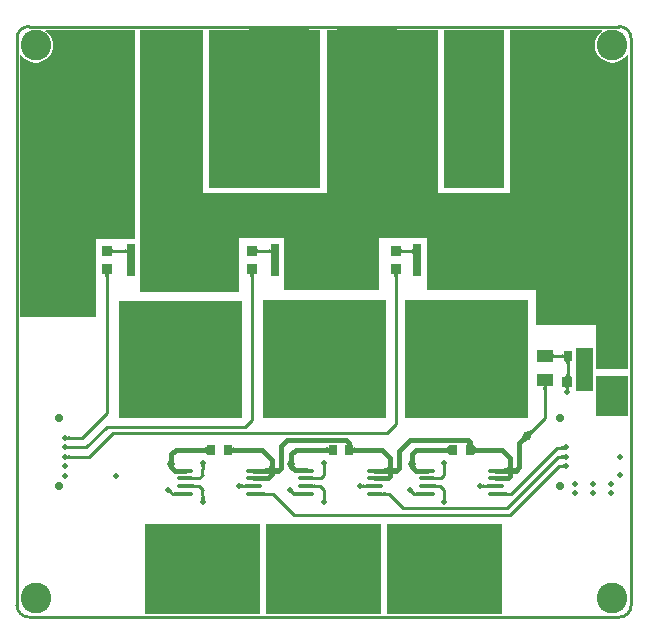
<source format=gbl>
G04*
G04 #@! TF.GenerationSoftware,Altium Limited,Altium Designer,22.0.2 (36)*
G04*
G04 Layer_Physical_Order=6*
G04 Layer_Color=16711680*
%FSLAX24Y24*%
%MOIN*%
G70*
G04*
G04 #@! TF.SameCoordinates,5AD8CBCB-7B86-44EA-BE16-98DFC8B2639C*
G04*
G04*
G04 #@! TF.FilePolarity,Positive*
G04*
G01*
G75*
%ADD14C,0.0150*%
%ADD17C,0.0100*%
%ADD32R,0.0585X0.0680*%
%ADD33R,0.0340X0.0318*%
%ADD34R,0.0315X0.1102*%
%ADD35R,0.0197X0.0197*%
%ADD36R,0.0157X0.0157*%
G04:AMPARAMS|DCode=37|XSize=255.9mil|YSize=196.9mil|CornerRadius=29.5mil|HoleSize=0mil|Usage=FLASHONLY|Rotation=0.000|XOffset=0mil|YOffset=0mil|HoleType=Round|Shape=RoundedRectangle|*
%AMROUNDEDRECTD37*
21,1,0.2559,0.1378,0,0,0.0*
21,1,0.1969,0.1969,0,0,0.0*
1,1,0.0591,0.0984,-0.0689*
1,1,0.0591,-0.0984,-0.0689*
1,1,0.0591,-0.0984,0.0689*
1,1,0.0591,0.0984,0.0689*
%
%ADD37ROUNDEDRECTD37*%
%ADD38C,0.1024*%
%ADD39C,0.0200*%
%ADD40C,0.0591*%
%ADD41C,0.0300*%
%ADD42C,0.0250*%
%ADD43C,0.0276*%
%ADD44C,0.0098*%
%ADD45O,0.0572X0.0139*%
%ADD46R,0.0318X0.0340*%
%ADD47R,0.0315X0.0354*%
%ADD48R,0.0542X0.0446*%
G36*
X3950Y12600D02*
X2650D01*
Y10000D01*
X102D01*
Y18729D01*
X150Y18742D01*
X172Y18704D01*
X279Y18598D01*
X409Y18522D01*
X555Y18483D01*
X705D01*
X851Y18522D01*
X981Y18598D01*
X1087Y18704D01*
X1163Y18834D01*
X1202Y18980D01*
Y19130D01*
X1163Y19276D01*
X1087Y19406D01*
X981Y19513D01*
X943Y19535D01*
X956Y19583D01*
X3950Y19583D01*
Y12600D01*
D02*
G37*
G36*
X16250Y14300D02*
X14250D01*
Y19583D01*
X16250D01*
Y14300D01*
D02*
G37*
G36*
X10100D02*
X6400D01*
Y19583D01*
X10100D01*
Y14300D01*
D02*
G37*
G36*
X19526Y19533D02*
X19435Y19463D01*
X19343Y19343D01*
X19285Y19204D01*
X19266Y19055D01*
X19285Y18906D01*
X19343Y18767D01*
X19435Y18647D01*
X19554Y18556D01*
X19693Y18498D01*
X19843Y18478D01*
X19992Y18498D01*
X20131Y18556D01*
X20250Y18647D01*
X20320Y18739D01*
X20370Y18722D01*
X20370Y8269D01*
X19300Y8269D01*
Y9750D01*
X17300D01*
Y10900D01*
X13661D01*
Y11343D01*
Y12445D01*
Y12650D01*
X12061D01*
Y12445D01*
Y11343D01*
Y10900D01*
X8900D01*
Y12650D01*
X7400D01*
Y10850D01*
X4100D01*
Y19583D01*
X6200D01*
Y14150D01*
X10350D01*
Y19583D01*
X14050D01*
Y14150D01*
X16450D01*
Y19583D01*
X19509Y19583D01*
X19526Y19533D01*
D02*
G37*
G36*
X13190Y12097D02*
X13189Y12106D01*
X13186Y12115D01*
X13181Y12122D01*
X13174Y12129D01*
X13165Y12134D01*
X13154Y12139D01*
X13141Y12142D01*
X13126Y12145D01*
X13109Y12146D01*
X13090Y12147D01*
Y12247D01*
X13109Y12247D01*
X13126Y12249D01*
X13141Y12251D01*
X13154Y12255D01*
X13165Y12259D01*
X13174Y12265D01*
X13181Y12271D01*
X13186Y12279D01*
X13189Y12287D01*
X13190Y12297D01*
Y12097D01*
D02*
G37*
G36*
X12798Y12287D02*
X12801Y12279D01*
X12806Y12271D01*
X12813Y12265D01*
X12822Y12259D01*
X12833Y12255D01*
X12846Y12251D01*
X12861Y12249D01*
X12878Y12247D01*
X12897Y12247D01*
Y12147D01*
X12878Y12146D01*
X12861Y12145D01*
X12846Y12142D01*
X12833Y12139D01*
X12822Y12134D01*
X12813Y12129D01*
X12806Y12122D01*
X12801Y12115D01*
X12798Y12106D01*
X12797Y12097D01*
Y12297D01*
X12798Y12287D01*
D02*
G37*
G36*
X8440Y12097D02*
X8439Y12106D01*
X8436Y12115D01*
X8431Y12122D01*
X8424Y12129D01*
X8415Y12134D01*
X8404Y12139D01*
X8391Y12142D01*
X8376Y12145D01*
X8359Y12146D01*
X8340Y12147D01*
Y12247D01*
X8359Y12247D01*
X8376Y12249D01*
X8391Y12251D01*
X8404Y12255D01*
X8415Y12259D01*
X8424Y12265D01*
X8431Y12271D01*
X8436Y12279D01*
X8439Y12287D01*
X8440Y12297D01*
Y12097D01*
D02*
G37*
G36*
X8006Y12287D02*
X8009Y12279D01*
X8014Y12271D01*
X8021Y12265D01*
X8030Y12259D01*
X8041Y12255D01*
X8054Y12251D01*
X8069Y12249D01*
X8086Y12247D01*
X8105Y12247D01*
Y12147D01*
X8086Y12146D01*
X8069Y12145D01*
X8054Y12142D01*
X8041Y12139D01*
X8030Y12134D01*
X8021Y12129D01*
X8014Y12122D01*
X8009Y12115D01*
X8006Y12106D01*
X8005Y12097D01*
Y12297D01*
X8006Y12287D01*
D02*
G37*
G36*
X3640Y12097D02*
X3639Y12106D01*
X3636Y12115D01*
X3631Y12122D01*
X3624Y12129D01*
X3615Y12134D01*
X3604Y12139D01*
X3591Y12142D01*
X3576Y12145D01*
X3559Y12146D01*
X3540Y12147D01*
Y12247D01*
X3559Y12247D01*
X3576Y12249D01*
X3591Y12251D01*
X3604Y12255D01*
X3615Y12259D01*
X3624Y12265D01*
X3631Y12271D01*
X3636Y12279D01*
X3639Y12287D01*
X3640Y12297D01*
Y12097D01*
D02*
G37*
G36*
X3164Y12287D02*
X3167Y12279D01*
X3172Y12271D01*
X3179Y12265D01*
X3188Y12259D01*
X3199Y12255D01*
X3212Y12251D01*
X3227Y12249D01*
X3244Y12247D01*
X3263Y12247D01*
Y12147D01*
X3244Y12146D01*
X3227Y12145D01*
X3212Y12142D01*
X3199Y12139D01*
X3188Y12134D01*
X3179Y12129D01*
X3172Y12122D01*
X3167Y12115D01*
X3164Y12106D01*
X3163Y12097D01*
Y12297D01*
X3164Y12287D01*
D02*
G37*
G36*
X12718Y11446D02*
X12710Y11443D01*
X12702Y11438D01*
X12696Y11431D01*
X12690Y11422D01*
X12686Y11411D01*
X12682Y11397D01*
X12680Y11382D01*
X12678Y11365D01*
X12678Y11346D01*
X12578D01*
X12577Y11365D01*
X12576Y11382D01*
X12573Y11397D01*
X12570Y11411D01*
X12565Y11422D01*
X12560Y11431D01*
X12553Y11438D01*
X12546Y11443D01*
X12537Y11446D01*
X12528Y11447D01*
X12728D01*
X12718Y11446D01*
D02*
G37*
G36*
X7926D02*
X7918Y11443D01*
X7910Y11438D01*
X7904Y11431D01*
X7898Y11422D01*
X7894Y11411D01*
X7890Y11397D01*
X7888Y11382D01*
X7886Y11365D01*
X7886Y11346D01*
X7786D01*
X7785Y11365D01*
X7784Y11382D01*
X7781Y11397D01*
X7778Y11411D01*
X7773Y11422D01*
X7768Y11431D01*
X7761Y11438D01*
X7754Y11443D01*
X7745Y11446D01*
X7736Y11447D01*
X7936D01*
X7926Y11446D01*
D02*
G37*
G36*
X3084D02*
X3076Y11443D01*
X3068Y11438D01*
X3062Y11431D01*
X3056Y11422D01*
X3052Y11411D01*
X3048Y11397D01*
X3046Y11382D01*
X3044Y11365D01*
X3044Y11346D01*
X2944D01*
X2943Y11365D01*
X2942Y11382D01*
X2939Y11397D01*
X2936Y11411D01*
X2931Y11422D01*
X2926Y11431D01*
X2919Y11438D01*
X2912Y11443D01*
X2903Y11446D01*
X2894Y11447D01*
X3094D01*
X3084Y11446D01*
D02*
G37*
G36*
X18207Y8594D02*
X18206Y8603D01*
X18203Y8612D01*
X18198Y8619D01*
X18191Y8626D01*
X18182Y8631D01*
X18170Y8636D01*
X18157Y8639D01*
X18142Y8642D01*
X18125Y8643D01*
X18106Y8644D01*
Y8744D01*
X18125Y8744D01*
X18142Y8746D01*
X18157Y8748D01*
X18170Y8752D01*
X18182Y8756D01*
X18191Y8762D01*
X18198Y8768D01*
X18203Y8776D01*
X18206Y8784D01*
X18207Y8794D01*
Y8594D01*
D02*
G37*
G36*
X17863Y8784D02*
X17866Y8776D01*
X17871Y8768D01*
X17879Y8762D01*
X17888Y8756D01*
X17899Y8752D01*
X17912Y8748D01*
X17927Y8746D01*
X17944Y8744D01*
X17964Y8744D01*
Y8644D01*
X17944Y8643D01*
X17927Y8642D01*
X17912Y8639D01*
X17899Y8636D01*
X17888Y8631D01*
X17879Y8626D01*
X17871Y8619D01*
X17866Y8612D01*
X17863Y8603D01*
X17862Y8594D01*
Y8794D01*
X17863Y8784D01*
D02*
G37*
G36*
X18453Y8523D02*
X18444Y8520D01*
X18436Y8515D01*
X18430Y8508D01*
X18425Y8499D01*
X18420Y8488D01*
X18417Y8475D01*
X18414Y8460D01*
X18412Y8443D01*
X18412Y8424D01*
X18312D01*
X18312Y8443D01*
X18310Y8460D01*
X18307Y8475D01*
X18304Y8488D01*
X18299Y8499D01*
X18294Y8508D01*
X18288Y8515D01*
X18280Y8520D01*
X18271Y8523D01*
X18262Y8524D01*
X18462D01*
X18453Y8523D01*
D02*
G37*
G36*
X18412Y8100D02*
X18414Y8083D01*
X18417Y8068D01*
X18420Y8055D01*
X18425Y8044D01*
X18430Y8035D01*
X18436Y8028D01*
X18444Y8023D01*
X18453Y8020D01*
X18462Y8019D01*
X18262D01*
X18271Y8020D01*
X18280Y8023D01*
X18288Y8028D01*
X18294Y8035D01*
X18299Y8044D01*
X18304Y8055D01*
X18307Y8068D01*
X18310Y8083D01*
X18312Y8100D01*
X18312Y8119D01*
X18412D01*
X18412Y8100D01*
D02*
G37*
G36*
X17691Y7685D02*
X17682Y7682D01*
X17674Y7677D01*
X17668Y7670D01*
X17663Y7660D01*
X17658Y7649D01*
X17655Y7636D01*
X17652Y7621D01*
X17651Y7604D01*
X17650Y7585D01*
X17550D01*
X17550Y7604D01*
X17548Y7621D01*
X17545Y7636D01*
X17542Y7649D01*
X17537Y7660D01*
X17532Y7670D01*
X17526Y7677D01*
X17518Y7682D01*
X17509Y7685D01*
X17500Y7686D01*
X17700D01*
X17691Y7685D01*
D02*
G37*
G36*
X18438Y7681D02*
X18429Y7678D01*
X18422Y7673D01*
X18415Y7666D01*
X18410Y7657D01*
X18405Y7646D01*
X18402Y7633D01*
X18399Y7618D01*
X18400Y7610D01*
X18402Y7602D01*
X18404Y7595D01*
X18407Y7589D01*
X18410Y7583D01*
X18414Y7578D01*
X18418Y7574D01*
X18278Y7572D01*
X18281Y7576D01*
X18285Y7581D01*
X18288Y7587D01*
X18290Y7593D01*
X18292Y7601D01*
X18294Y7608D01*
X18295Y7616D01*
X18295Y7618D01*
X18293Y7633D01*
X18289Y7646D01*
X18285Y7657D01*
X18279Y7666D01*
X18273Y7673D01*
X18265Y7678D01*
X18257Y7681D01*
X18247Y7682D01*
X18447D01*
X18438Y7681D01*
D02*
G37*
G36*
X19194Y7550D02*
X18644D01*
Y8980D01*
X19194D01*
Y7550D01*
D02*
G37*
G36*
X20370Y6700D02*
X19294D01*
Y8050D01*
X20370D01*
Y6700D01*
D02*
G37*
G36*
X17050Y6650D02*
X12950D01*
Y10575D01*
X17050D01*
Y6650D01*
D02*
G37*
G36*
X12300D02*
X8200D01*
Y10575D01*
X12300D01*
Y6650D01*
D02*
G37*
G36*
X7500D02*
X3400D01*
Y10550D01*
X7500D01*
Y6650D01*
D02*
G37*
G36*
X17199Y6178D02*
X17190Y6168D01*
X17181Y6157D01*
X17174Y6146D01*
X17167Y6134D01*
X17162Y6122D01*
X17157Y6109D01*
X17154Y6095D01*
X17152Y6081D01*
X17150Y6067D01*
X17150Y6051D01*
X17112Y6089D01*
X17075Y6050D01*
X17000Y6125D01*
X17002Y6126D01*
X17006Y6129D01*
X17020Y6142D01*
X17040Y6162D01*
X17002Y6200D01*
X17017Y6200D01*
X17031Y6202D01*
X17045Y6204D01*
X17059Y6207D01*
X17072Y6212D01*
X17084Y6217D01*
X17096Y6224D01*
X17107Y6231D01*
X17118Y6240D01*
X17128Y6249D01*
X17199Y6178D01*
D02*
G37*
G36*
X1694Y6037D02*
X1699Y6034D01*
X1705Y6031D01*
X1711Y6028D01*
X1718Y6026D01*
X1726Y6024D01*
X1735Y6023D01*
X1744Y6022D01*
X1765Y6021D01*
Y5921D01*
X1754Y5921D01*
X1735Y5919D01*
X1726Y5918D01*
X1718Y5916D01*
X1711Y5914D01*
X1705Y5911D01*
X1699Y5908D01*
X1694Y5905D01*
X1690Y5901D01*
Y6041D01*
X1694Y6037D01*
D02*
G37*
G36*
X16998Y5900D02*
X16990Y5900D01*
X16981Y5898D01*
X16972Y5895D01*
X16962Y5891D01*
X16952Y5886D01*
X16942Y5879D01*
X16931Y5871D01*
X16920Y5863D01*
X16898Y5841D01*
X16791Y5948D01*
X16803Y5959D01*
X16822Y5981D01*
X16829Y5992D01*
X16836Y6002D01*
X16841Y6012D01*
X16845Y6022D01*
X16848Y6031D01*
X16849Y6040D01*
X16850Y6048D01*
X16998Y5900D01*
D02*
G37*
G36*
X15170Y5824D02*
X15174Y5780D01*
X15175Y5770D01*
X15178Y5761D01*
X15180Y5754D01*
X15184Y5749D01*
X15187Y5746D01*
X15191Y5745D01*
X14999D01*
X15003Y5746D01*
X15007Y5749D01*
X15010Y5754D01*
X15013Y5761D01*
X15015Y5770D01*
X15017Y5780D01*
X15018Y5793D01*
X15020Y5824D01*
X15020Y5842D01*
X15170D01*
X15170Y5824D01*
D02*
G37*
G36*
X1694Y5722D02*
X1699Y5719D01*
X1705Y5716D01*
X1711Y5713D01*
X1718Y5711D01*
X1726Y5709D01*
X1735Y5708D01*
X1744Y5707D01*
X1765Y5706D01*
Y5606D01*
X1754Y5606D01*
X1735Y5604D01*
X1726Y5603D01*
X1718Y5601D01*
X1711Y5599D01*
X1705Y5596D01*
X1699Y5593D01*
X1694Y5590D01*
X1690Y5586D01*
Y5726D01*
X1694Y5722D01*
D02*
G37*
G36*
X18231Y5578D02*
X18227Y5581D01*
X18222Y5584D01*
X18216Y5586D01*
X18210Y5588D01*
X18202Y5590D01*
X18194Y5592D01*
X18176Y5593D01*
X18166Y5594D01*
X18155Y5594D01*
X18142Y5694D01*
X18152Y5694D01*
X18172Y5696D01*
X18180Y5698D01*
X18188Y5700D01*
X18195Y5702D01*
X18201Y5705D01*
X18206Y5709D01*
X18211Y5713D01*
X18215Y5717D01*
X18231Y5578D01*
D02*
G37*
G36*
X15252Y5706D02*
X15256Y5694D01*
X15264Y5682D01*
X15274Y5673D01*
X15288Y5664D01*
X15305Y5658D01*
X15324Y5652D01*
X15347Y5649D01*
X15373Y5646D01*
X15402Y5646D01*
Y5496D01*
X15373Y5495D01*
X15347Y5493D01*
X15324Y5489D01*
X15305Y5484D01*
X15288Y5477D01*
X15274Y5469D01*
X15264Y5459D01*
X15256Y5448D01*
X15252Y5435D01*
X15250Y5421D01*
Y5721D01*
X15252Y5706D01*
D02*
G37*
G36*
X14389Y5421D02*
X14387Y5435D01*
X14383Y5448D01*
X14375Y5459D01*
X14365Y5469D01*
X14351Y5477D01*
X14335Y5484D01*
X14315Y5489D01*
X14292Y5493D01*
X14266Y5495D01*
X14238Y5496D01*
Y5646D01*
X14266Y5646D01*
X14292Y5649D01*
X14315Y5652D01*
X14335Y5658D01*
X14351Y5664D01*
X14365Y5673D01*
X14375Y5682D01*
X14383Y5694D01*
X14387Y5706D01*
X14389Y5721D01*
Y5421D01*
D02*
G37*
G36*
X11231Y5706D02*
X11236Y5694D01*
X11243Y5682D01*
X11254Y5673D01*
X11268Y5664D01*
X11284Y5658D01*
X11304Y5652D01*
X11327Y5649D01*
X11352Y5646D01*
X11381Y5646D01*
Y5496D01*
X11352Y5495D01*
X11327Y5493D01*
X11304Y5489D01*
X11284Y5484D01*
X11268Y5477D01*
X11254Y5469D01*
X11243Y5459D01*
X11236Y5448D01*
X11231Y5435D01*
X11230Y5421D01*
Y5721D01*
X11231Y5706D01*
D02*
G37*
G36*
X10368Y5421D02*
X10367Y5435D01*
X10362Y5448D01*
X10355Y5459D01*
X10344Y5469D01*
X10331Y5477D01*
X10314Y5484D01*
X10294Y5489D01*
X10272Y5493D01*
X10246Y5495D01*
X10217Y5496D01*
Y5646D01*
X10246Y5646D01*
X10272Y5649D01*
X10294Y5652D01*
X10314Y5658D01*
X10331Y5664D01*
X10344Y5673D01*
X10355Y5682D01*
X10362Y5694D01*
X10367Y5706D01*
X10368Y5721D01*
Y5421D01*
D02*
G37*
G36*
X7192Y5706D02*
X7196Y5694D01*
X7204Y5682D01*
X7214Y5673D01*
X7228Y5664D01*
X7244Y5658D01*
X7264Y5652D01*
X7287Y5649D01*
X7312Y5646D01*
X7341Y5646D01*
Y5496D01*
X7312Y5495D01*
X7287Y5493D01*
X7264Y5489D01*
X7244Y5484D01*
X7228Y5477D01*
X7214Y5469D01*
X7204Y5459D01*
X7196Y5448D01*
X7192Y5435D01*
X7190Y5421D01*
Y5721D01*
X7192Y5706D01*
D02*
G37*
G36*
X6329Y5421D02*
X6327Y5435D01*
X6323Y5448D01*
X6315Y5459D01*
X6304Y5469D01*
X6291Y5477D01*
X6274Y5484D01*
X6255Y5489D01*
X6232Y5493D01*
X6206Y5495D01*
X6177Y5496D01*
Y5646D01*
X6206Y5646D01*
X6232Y5649D01*
X6255Y5652D01*
X6274Y5658D01*
X6291Y5664D01*
X6304Y5673D01*
X6315Y5682D01*
X6323Y5694D01*
X6327Y5706D01*
X6329Y5721D01*
Y5421D01*
D02*
G37*
G36*
X18223Y5271D02*
X18218Y5275D01*
X18213Y5278D01*
X18208Y5281D01*
X18201Y5284D01*
X18194Y5286D01*
X18186Y5288D01*
X18178Y5289D01*
X18168Y5290D01*
X18147Y5291D01*
Y5391D01*
X18158Y5391D01*
X18178Y5393D01*
X18186Y5394D01*
X18194Y5396D01*
X18201Y5398D01*
X18208Y5401D01*
X18213Y5404D01*
X18218Y5407D01*
X18223Y5411D01*
Y5271D01*
D02*
G37*
G36*
X1694Y5407D02*
X1699Y5404D01*
X1705Y5401D01*
X1711Y5398D01*
X1718Y5396D01*
X1726Y5394D01*
X1735Y5393D01*
X1744Y5392D01*
X1765Y5391D01*
Y5291D01*
X1754Y5291D01*
X1735Y5289D01*
X1726Y5288D01*
X1718Y5286D01*
X1711Y5284D01*
X1705Y5281D01*
X1699Y5278D01*
X1694Y5275D01*
X1690Y5271D01*
Y5411D01*
X1694Y5407D01*
D02*
G37*
G36*
X13250Y5261D02*
X13253Y5217D01*
X13254Y5209D01*
X13256Y5202D01*
X13258Y5197D01*
X13260Y5192D01*
X13262Y5189D01*
X13087D01*
X13089Y5192D01*
X13092Y5197D01*
X13093Y5202D01*
X13095Y5209D01*
X13096Y5217D01*
X13098Y5236D01*
X13099Y5261D01*
X13100Y5275D01*
X13250D01*
X13250Y5261D01*
D02*
G37*
G36*
X9225D02*
X9228Y5217D01*
X9230Y5209D01*
X9231Y5202D01*
X9233Y5197D01*
X9235Y5192D01*
X9237Y5189D01*
X9062D01*
X9065Y5192D01*
X9067Y5197D01*
X9069Y5202D01*
X9071Y5209D01*
X9072Y5217D01*
X9074Y5236D01*
X9075Y5261D01*
X9075Y5275D01*
X9225D01*
X9225Y5261D01*
D02*
G37*
G36*
X5225D02*
X5228Y5217D01*
X5229Y5209D01*
X5231Y5202D01*
X5233Y5197D01*
X5235Y5192D01*
X5238Y5189D01*
X5063D01*
X5065Y5192D01*
X5067Y5197D01*
X5069Y5202D01*
X5070Y5209D01*
X5072Y5217D01*
X5074Y5236D01*
X5075Y5261D01*
X5075Y5275D01*
X5225D01*
X5225Y5261D01*
D02*
G37*
G36*
X14316Y5074D02*
X14313Y5069D01*
X14310Y5064D01*
X14307Y5057D01*
X14305Y5050D01*
X14303Y5042D01*
X14302Y5034D01*
X14301Y5024D01*
X14300Y5003D01*
X14200D01*
X14200Y5014D01*
X14198Y5034D01*
X14197Y5042D01*
X14195Y5050D01*
X14193Y5057D01*
X14190Y5064D01*
X14187Y5069D01*
X14184Y5074D01*
X14180Y5079D01*
X14320D01*
X14316Y5074D01*
D02*
G37*
G36*
X10316D02*
X10313Y5069D01*
X10310Y5064D01*
X10307Y5057D01*
X10305Y5050D01*
X10303Y5042D01*
X10302Y5034D01*
X10301Y5024D01*
X10300Y5003D01*
X10200D01*
X10200Y5014D01*
X10198Y5034D01*
X10197Y5042D01*
X10195Y5050D01*
X10193Y5057D01*
X10190Y5064D01*
X10187Y5069D01*
X10184Y5074D01*
X10180Y5079D01*
X10320D01*
X10316Y5074D01*
D02*
G37*
G36*
X6266D02*
X6263Y5069D01*
X6260Y5064D01*
X6257Y5057D01*
X6255Y5050D01*
X6253Y5042D01*
X6252Y5034D01*
X6251Y5024D01*
X6250Y5003D01*
X6150D01*
X6150Y5014D01*
X6148Y5034D01*
X6147Y5042D01*
X6145Y5050D01*
X6143Y5057D01*
X6140Y5064D01*
X6137Y5069D01*
X6134Y5074D01*
X6130Y5079D01*
X6270D01*
X6266Y5074D01*
D02*
G37*
G36*
X18223Y4956D02*
X18218Y4960D01*
X18213Y4963D01*
X18208Y4966D01*
X18201Y4969D01*
X18194Y4971D01*
X18186Y4973D01*
X18178Y4974D01*
X18168Y4975D01*
X18147Y4976D01*
Y5076D01*
X18158Y5076D01*
X18178Y5078D01*
X18186Y5079D01*
X18194Y5081D01*
X18201Y5083D01*
X18208Y5086D01*
X18213Y5089D01*
X18218Y5092D01*
X18223Y5096D01*
Y4956D01*
D02*
G37*
G36*
X13283Y5036D02*
X13283Y5032D01*
X13284Y5026D01*
X13286Y5021D01*
X13290Y5014D01*
X13295Y5007D01*
X13301Y4999D01*
X13317Y4981D01*
X13327Y4971D01*
X13211Y4874D01*
X13120Y4987D01*
X13284Y5040D01*
X13283Y5036D01*
D02*
G37*
G36*
X9258Y5036D02*
X9258Y5031D01*
X9259Y5026D01*
X9262Y5020D01*
X9265Y5014D01*
X9270Y5006D01*
X9276Y4998D01*
X9292Y4980D01*
X9302Y4970D01*
X9186Y4874D01*
X9096Y4987D01*
X9259Y5040D01*
X9258Y5036D01*
D02*
G37*
G36*
X5251Y5025D02*
X5251Y5021D01*
X5252Y5016D01*
X5254Y5011D01*
X5258Y5004D01*
X5263Y4997D01*
X5269Y4990D01*
X5285Y4972D01*
X5294Y4962D01*
X5173Y4871D01*
X5088Y4991D01*
X5252Y5028D01*
X5251Y5025D01*
D02*
G37*
G36*
X8576Y5077D02*
X8580Y5052D01*
X8587Y5029D01*
X8597Y5010D01*
X8609Y4993D01*
X8624Y4980D01*
X8642Y4969D01*
X8663Y4962D01*
X8686Y4957D01*
X8712Y4956D01*
Y4806D01*
X8663Y4804D01*
X8642Y4802D01*
X8624Y4799D01*
X8609Y4795D01*
X8597Y4790D01*
X8587Y4785D01*
X8580Y4778D01*
X8576Y4771D01*
X8575Y4763D01*
X8425D01*
X8424Y4771D01*
X8419Y4778D01*
X8411Y4785D01*
X8401Y4790D01*
X8388Y4795D01*
X8371Y4799D01*
X8352Y4802D01*
X8303Y4805D01*
X8275Y4806D01*
Y4956D01*
X8303Y4957D01*
X8329Y4962D01*
X8352Y4969D01*
X8371Y4980D01*
X8388Y4993D01*
X8401Y5010D01*
X8411Y5029D01*
X8419Y5052D01*
X8424Y5077D01*
X8425Y5106D01*
X8575D01*
X8576Y5077D01*
D02*
G37*
G36*
X14299Y4741D02*
X14201D01*
Y4938D01*
X14299D01*
Y4741D01*
D02*
G37*
G36*
X10299D02*
X10201D01*
Y4938D01*
X10299D01*
Y4741D01*
D02*
G37*
G36*
X6249D02*
X6151D01*
Y4938D01*
X6249D01*
Y4741D01*
D02*
G37*
G36*
X16523Y5077D02*
X16526Y5052D01*
X16531Y5029D01*
X16539Y5010D01*
X16549Y4993D01*
X16561Y4980D01*
X16575Y4969D01*
X16591Y4962D01*
X16610Y4957D01*
X16631Y4956D01*
Y4806D01*
X16610Y4805D01*
X16591Y4802D01*
X16575Y4797D01*
X16561Y4791D01*
X16549Y4782D01*
X16539Y4772D01*
X16531Y4760D01*
X16526Y4746D01*
X16523Y4730D01*
X16521Y4713D01*
X16371D01*
X16370Y4730D01*
X16365Y4746D01*
X16358Y4760D01*
X16347Y4772D01*
X16334Y4782D01*
X16317Y4791D01*
X16298Y4797D01*
X16275Y4802D01*
X16250Y4805D01*
X16221Y4806D01*
Y4956D01*
X16250Y4957D01*
X16275Y4962D01*
X16298Y4969D01*
X16317Y4980D01*
X16334Y4993D01*
X16347Y5010D01*
X16358Y5029D01*
X16365Y5052D01*
X16370Y5077D01*
X16371Y5106D01*
X16521D01*
X16523Y5077D01*
D02*
G37*
G36*
X12526D02*
X12529Y5052D01*
X12535Y5029D01*
X12542Y5010D01*
X12551Y4993D01*
X12563Y4980D01*
X12577Y4969D01*
X12593Y4962D01*
X12611Y4957D01*
X12631Y4956D01*
Y4806D01*
X12611Y4805D01*
X12593Y4802D01*
X12577Y4797D01*
X12563Y4791D01*
X12551Y4782D01*
X12542Y4772D01*
X12535Y4760D01*
X12529Y4746D01*
X12526Y4730D01*
X12525Y4713D01*
X12375D01*
X12373Y4730D01*
X12369Y4746D01*
X12362Y4760D01*
X12351Y4772D01*
X12337Y4782D01*
X12321Y4791D01*
X12301Y4797D01*
X12279Y4802D01*
X12254Y4805D01*
X12225Y4806D01*
Y4956D01*
X12254Y4957D01*
X12279Y4962D01*
X12301Y4969D01*
X12321Y4980D01*
X12337Y4993D01*
X12351Y5010D01*
X12362Y5029D01*
X12369Y5052D01*
X12373Y5077D01*
X12375Y5106D01*
X12525D01*
X12526Y5077D01*
D02*
G37*
G36*
X13913Y4686D02*
X13919Y4684D01*
X13927Y4682D01*
X13937Y4680D01*
X13962Y4677D01*
X13992Y4675D01*
X14029Y4675D01*
Y4575D01*
X14010Y4575D01*
X13937Y4570D01*
X13927Y4568D01*
X13919Y4566D01*
X13913Y4563D01*
X13908Y4560D01*
Y4689D01*
X13913Y4686D01*
D02*
G37*
G36*
X9892D02*
X9899Y4684D01*
X9907Y4682D01*
X9917Y4680D01*
X9941Y4677D01*
X9972Y4675D01*
X10009Y4675D01*
Y4575D01*
X9989Y4575D01*
X9917Y4570D01*
X9907Y4568D01*
X9899Y4566D01*
X9892Y4563D01*
X9887Y4560D01*
Y4689D01*
X9892Y4686D01*
D02*
G37*
G36*
X5854Y4685D02*
X5862Y4682D01*
X5871Y4679D01*
X5881Y4677D01*
X5893Y4675D01*
X5921Y4672D01*
X5954Y4670D01*
X5973Y4670D01*
X5961Y4570D01*
X5942Y4570D01*
X5856Y4564D01*
X5851Y4562D01*
X5847Y4560D01*
Y4689D01*
X5854Y4685D01*
D02*
G37*
G36*
X15726Y4305D02*
X15721Y4307D01*
X15714Y4310D01*
X15706Y4312D01*
X15696Y4314D01*
X15672Y4317D01*
X15641Y4318D01*
X15604Y4319D01*
Y4419D01*
X15623Y4419D01*
X15696Y4424D01*
X15706Y4426D01*
X15714Y4428D01*
X15721Y4431D01*
X15726Y4433D01*
Y4305D01*
D02*
G37*
G36*
X13913Y4431D02*
X13919Y4428D01*
X13927Y4426D01*
X13937Y4424D01*
X13962Y4421D01*
X13992Y4419D01*
X14029Y4419D01*
Y4319D01*
X14010Y4319D01*
X13937Y4314D01*
X13927Y4312D01*
X13919Y4310D01*
X13913Y4307D01*
X13908Y4305D01*
Y4433D01*
X13913Y4431D01*
D02*
G37*
G36*
X11526Y4435D02*
X11531Y4432D01*
X11536Y4429D01*
X11543Y4426D01*
X11550Y4424D01*
X11558Y4422D01*
X11566Y4421D01*
X11576Y4420D01*
X11595Y4419D01*
X11603Y4419D01*
X11675Y4424D01*
X11685Y4426D01*
X11693Y4428D01*
X11700Y4431D01*
X11705Y4433D01*
Y4305D01*
X11700Y4307D01*
X11693Y4310D01*
X11685Y4312D01*
X11675Y4314D01*
X11651Y4317D01*
X11621Y4318D01*
X11591Y4319D01*
X11586Y4319D01*
X11566Y4317D01*
X11558Y4316D01*
X11550Y4314D01*
X11543Y4312D01*
X11536Y4309D01*
X11531Y4306D01*
X11526Y4303D01*
X11521Y4299D01*
Y4439D01*
X11526Y4435D01*
D02*
G37*
G36*
X9892Y4431D02*
X9899Y4428D01*
X9907Y4426D01*
X9917Y4424D01*
X9941Y4421D01*
X9972Y4419D01*
X10009Y4419D01*
Y4319D01*
X9989Y4319D01*
X9917Y4314D01*
X9907Y4312D01*
X9899Y4310D01*
X9892Y4307D01*
X9887Y4305D01*
Y4433D01*
X9892Y4431D01*
D02*
G37*
G36*
X7476Y4435D02*
X7481Y4432D01*
X7486Y4429D01*
X7493Y4426D01*
X7500Y4424D01*
X7508Y4422D01*
X7516Y4421D01*
X7526Y4420D01*
X7546Y4419D01*
X7563Y4419D01*
X7636Y4424D01*
X7645Y4426D01*
X7654Y4428D01*
X7660Y4431D01*
X7665Y4433D01*
Y4305D01*
X7660Y4307D01*
X7654Y4310D01*
X7645Y4312D01*
X7636Y4314D01*
X7611Y4317D01*
X7581Y4318D01*
X7545Y4319D01*
X7536Y4319D01*
X7516Y4317D01*
X7508Y4316D01*
X7500Y4314D01*
X7493Y4312D01*
X7486Y4309D01*
X7481Y4306D01*
X7476Y4303D01*
X7471Y4299D01*
Y4439D01*
X7476Y4435D01*
D02*
G37*
G36*
X5852Y4431D02*
X5859Y4428D01*
X5867Y4426D01*
X5877Y4424D01*
X5901Y4421D01*
X5932Y4419D01*
X5969Y4419D01*
Y4319D01*
X5950Y4319D01*
X5877Y4314D01*
X5867Y4312D01*
X5859Y4310D01*
X5852Y4307D01*
X5847Y4305D01*
Y4433D01*
X5852Y4431D01*
D02*
G37*
G36*
X15526Y4435D02*
X15531Y4432D01*
X15536Y4429D01*
X15543Y4426D01*
X15550Y4424D01*
X15558Y4422D01*
X15566Y4421D01*
X15576Y4420D01*
X15597Y4419D01*
Y4319D01*
X15586Y4319D01*
X15566Y4317D01*
X15558Y4316D01*
X15550Y4314D01*
X15543Y4312D01*
X15536Y4309D01*
X15531Y4306D01*
X15526Y4303D01*
X15521Y4299D01*
Y4439D01*
X15526Y4435D01*
D02*
G37*
G36*
X13200Y4243D02*
X13201Y4237D01*
X13203Y4231D01*
X13206Y4225D01*
X13210Y4218D01*
X13214Y4211D01*
X13219Y4204D01*
X13225Y4197D01*
X13239Y4182D01*
X13168Y4111D01*
X13161Y4118D01*
X13146Y4131D01*
X13139Y4136D01*
X13132Y4140D01*
X13125Y4144D01*
X13119Y4147D01*
X13113Y4149D01*
X13107Y4150D01*
X13101Y4150D01*
X13200Y4249D01*
X13200Y4243D01*
D02*
G37*
G36*
X9200D02*
X9201Y4237D01*
X9203Y4231D01*
X9206Y4225D01*
X9210Y4218D01*
X9214Y4211D01*
X9219Y4204D01*
X9225Y4197D01*
X9239Y4182D01*
X9168Y4111D01*
X9161Y4118D01*
X9146Y4131D01*
X9139Y4136D01*
X9132Y4140D01*
X9125Y4144D01*
X9119Y4147D01*
X9113Y4149D01*
X9107Y4150D01*
X9101Y4150D01*
X9200Y4249D01*
X9200Y4243D01*
D02*
G37*
G36*
X5150D02*
X5151Y4237D01*
X5153Y4231D01*
X5156Y4225D01*
X5160Y4218D01*
X5164Y4211D01*
X5169Y4204D01*
X5175Y4197D01*
X5189Y4182D01*
X5118Y4111D01*
X5111Y4118D01*
X5096Y4131D01*
X5089Y4136D01*
X5082Y4140D01*
X5075Y4144D01*
X5069Y4147D01*
X5063Y4149D01*
X5057Y4150D01*
X5051Y4150D01*
X5150Y4249D01*
X5150Y4243D01*
D02*
G37*
G36*
X16217Y4175D02*
X16224Y4172D01*
X16232Y4170D01*
X16242Y4168D01*
X16266Y4165D01*
X16297Y4163D01*
X16334Y4163D01*
Y4063D01*
X16315Y4063D01*
X16242Y4058D01*
X16232Y4056D01*
X16224Y4054D01*
X16217Y4051D01*
X16212Y4049D01*
Y4177D01*
X16217Y4175D01*
D02*
G37*
G36*
X13421Y4049D02*
X13416Y4051D01*
X13409Y4054D01*
X13401Y4056D01*
X13391Y4058D01*
X13367Y4061D01*
X13336Y4062D01*
X13299Y4063D01*
Y4163D01*
X13319Y4163D01*
X13391Y4168D01*
X13401Y4170D01*
X13409Y4172D01*
X13416Y4175D01*
X13421Y4177D01*
Y4049D01*
D02*
G37*
G36*
X12197Y4175D02*
X12204Y4172D01*
X12212Y4170D01*
X12222Y4168D01*
X12246Y4165D01*
X12276Y4163D01*
X12313Y4163D01*
Y4063D01*
X12294Y4063D01*
X12222Y4058D01*
X12212Y4056D01*
X12204Y4054D01*
X12197Y4051D01*
X12192Y4049D01*
Y4177D01*
X12197Y4175D01*
D02*
G37*
G36*
X9400Y4049D02*
X9395Y4051D01*
X9389Y4054D01*
X9380Y4056D01*
X9371Y4058D01*
X9346Y4061D01*
X9316Y4062D01*
X9279Y4063D01*
Y4163D01*
X9298Y4163D01*
X9371Y4168D01*
X9380Y4170D01*
X9389Y4172D01*
X9395Y4175D01*
X9400Y4177D01*
Y4049D01*
D02*
G37*
G36*
X8157Y4175D02*
X8164Y4172D01*
X8172Y4170D01*
X8182Y4168D01*
X8206Y4165D01*
X8237Y4163D01*
X8274Y4163D01*
Y4063D01*
X8254Y4063D01*
X8182Y4058D01*
X8172Y4056D01*
X8164Y4054D01*
X8157Y4051D01*
X8152Y4049D01*
Y4177D01*
X8157Y4175D01*
D02*
G37*
G36*
X5361Y4049D02*
X5355Y4051D01*
X5349Y4054D01*
X5341Y4056D01*
X5331Y4058D01*
X5307Y4061D01*
X5276Y4062D01*
X5239Y4063D01*
Y4163D01*
X5258Y4163D01*
X5331Y4168D01*
X5341Y4170D01*
X5349Y4172D01*
X5355Y4175D01*
X5361Y4177D01*
Y4049D01*
D02*
G37*
G36*
X14299Y4032D02*
X14201D01*
Y4229D01*
X14299D01*
Y4032D01*
D02*
G37*
G36*
X10299D02*
X10201D01*
Y4229D01*
X10299D01*
Y4032D01*
D02*
G37*
G36*
X6249D02*
X6151D01*
Y4229D01*
X6249D01*
Y4032D01*
D02*
G37*
G36*
X14300Y3976D02*
X14302Y3956D01*
X14303Y3948D01*
X14305Y3940D01*
X14307Y3933D01*
X14310Y3926D01*
X14313Y3921D01*
X14316Y3916D01*
X14320Y3911D01*
X14180D01*
X14184Y3916D01*
X14187Y3921D01*
X14190Y3926D01*
X14193Y3933D01*
X14195Y3940D01*
X14197Y3948D01*
X14198Y3956D01*
X14199Y3966D01*
X14200Y3987D01*
X14300D01*
X14300Y3976D01*
D02*
G37*
G36*
X10300D02*
X10302Y3956D01*
X10303Y3948D01*
X10305Y3940D01*
X10307Y3933D01*
X10310Y3926D01*
X10313Y3921D01*
X10316Y3916D01*
X10320Y3911D01*
X10180D01*
X10184Y3916D01*
X10187Y3921D01*
X10190Y3926D01*
X10193Y3933D01*
X10195Y3940D01*
X10197Y3948D01*
X10198Y3956D01*
X10199Y3966D01*
X10200Y3987D01*
X10300D01*
X10300Y3976D01*
D02*
G37*
G36*
X6250D02*
X6252Y3956D01*
X6253Y3948D01*
X6255Y3940D01*
X6257Y3933D01*
X6260Y3926D01*
X6263Y3921D01*
X6266Y3916D01*
X6270Y3911D01*
X6130D01*
X6134Y3916D01*
X6137Y3921D01*
X6140Y3926D01*
X6143Y3933D01*
X6145Y3940D01*
X6147Y3948D01*
X6148Y3956D01*
X6149Y3966D01*
X6150Y3987D01*
X6250D01*
X6250Y3976D01*
D02*
G37*
G36*
X16175Y102D02*
X12350D01*
Y3100D01*
X16175D01*
Y102D01*
D02*
G37*
G36*
X12150D02*
X8300D01*
Y3100D01*
X12150D01*
Y102D01*
D02*
G37*
G36*
X8100D02*
X4275D01*
Y3100D01*
X8100D01*
Y102D01*
D02*
G37*
D14*
X8362Y4625D02*
X8500Y4763D01*
Y4881D01*
X7909Y4625D02*
X8362D01*
X8500Y4881D02*
Y5250D01*
X8179Y5571D02*
X8500Y5250D01*
X7035Y5571D02*
X8179D01*
X8500Y4881D02*
X8712D01*
X7909D02*
X8500D01*
X15038Y5900D02*
X15095Y5842D01*
Y5571D02*
Y5842D01*
X13100Y5900D02*
X15038D01*
X12721Y5521D02*
X13100Y5900D01*
X12721Y4971D02*
Y5521D01*
X15095Y5571D02*
X16179D01*
X8712Y4881D02*
X8800Y4969D01*
Y5700D01*
X9000Y5900D02*
X10979D01*
X8800Y5700D02*
X9000Y5900D01*
X11067Y5578D02*
Y5812D01*
X10979Y5900D02*
X11067Y5812D01*
Y5578D02*
X11075Y5571D01*
X12450Y4881D02*
Y5300D01*
X12179Y5571D02*
X12450Y5300D01*
X11075Y5571D02*
X12179D01*
X12450Y4881D02*
X12631D01*
X11948D02*
X12450D01*
X11948Y4625D02*
X12362D01*
X12450Y4713D01*
Y4881D01*
X12631D02*
X12721Y4971D01*
X16179Y5571D02*
X16446Y5304D01*
Y4881D02*
Y5304D01*
X16750Y5800D02*
X17000Y6050D01*
X16750Y5000D02*
Y5800D01*
X16631Y4881D02*
X16750Y5000D01*
X16446Y4881D02*
X16631D01*
X16446Y4713D02*
Y4881D01*
X15969Y4625D02*
X16359D01*
X16446Y4713D01*
X15969Y4881D02*
X16446D01*
X13175Y5017D02*
X13310Y4881D01*
X13664D01*
X13175Y5017D02*
Y5433D01*
X13312Y5571D01*
X14544D01*
X9150Y5016D02*
Y5429D01*
X9292Y5571D02*
X10524D01*
X9150Y5429D02*
X9292Y5571D01*
X9278Y4888D02*
X9636D01*
X9150Y5016D02*
X9278Y4888D01*
X5150Y5426D02*
X5294Y5571D01*
X6484D01*
X5150Y5100D02*
Y5426D01*
Y5000D02*
Y5100D01*
X5269Y4881D02*
X5604D01*
X5150Y5000D02*
X5269Y4881D01*
D17*
X18347Y7503D02*
X18350Y7500D01*
X18347Y7503D02*
Y7850D01*
X18362Y7865D02*
Y8700D01*
X18347Y7850D02*
X18362Y7865D01*
X17594Y8694D02*
X18356D01*
X18362Y8700D01*
X17600Y6650D02*
Y7900D01*
X17594Y7906D02*
X17600Y7900D01*
X17000Y6050D02*
X17600Y6650D01*
X13100Y4250D02*
X13237Y4113D01*
X13664D01*
X9100Y4250D02*
X9237Y4113D01*
X9644D01*
X5050Y4250D02*
X5187Y4113D01*
X5604D01*
X12350Y6150D02*
X12628Y6428D01*
X2391Y5341D02*
X3200Y6150D01*
X12350D01*
X17994Y5644D02*
X18282D01*
X16463Y4113D02*
X17994Y5644D01*
X15969Y4113D02*
X16463D01*
X18282Y5644D02*
X18294Y5656D01*
X18041Y5341D02*
X18294D01*
X16330Y3630D02*
X18041Y5341D01*
X18076Y5026D02*
X18294D01*
X16450Y3400D02*
X18076Y5026D01*
X9636Y4888D02*
X9644Y4881D01*
X7400Y4369D02*
X7909D01*
X11450D02*
X11948D01*
X15450D02*
X15969D01*
X9250Y3400D02*
X16450D01*
X8537Y4113D02*
X9250Y3400D01*
X12870Y3630D02*
X16330D01*
X12387Y4113D02*
X12870Y3630D01*
X7909Y4113D02*
X8537D01*
X11948D02*
X12387D01*
X2994Y6794D02*
Y11603D01*
X14250Y3840D02*
Y4032D01*
X13664Y4369D02*
X14110D01*
X14250Y4229D01*
X13664Y4625D02*
X14134D01*
X14250Y4741D01*
Y4938D02*
Y5150D01*
X10134Y4625D02*
X10250Y4741D01*
X9644Y4625D02*
X10134D01*
X9644Y4369D02*
X10110D01*
X10250Y4229D01*
Y3840D02*
Y4032D01*
Y4938D02*
Y5150D01*
X6200Y3840D02*
Y4032D01*
Y4938D02*
Y5150D01*
X6060Y4369D02*
X6200Y4229D01*
X5604Y4369D02*
X6060D01*
X5604Y4620D02*
X6079D01*
X6200Y4741D01*
X2306Y5656D02*
X3000Y6350D01*
X7600D02*
X7836Y6586D01*
X3000Y6350D02*
X7600D01*
X12628Y6428D02*
Y11603D01*
X1618Y5341D02*
X2391D01*
X12628Y12197D02*
X13239D01*
X13346Y12089D01*
Y11894D02*
Y12089D01*
X7836Y12197D02*
X8489D01*
X8596Y12089D01*
Y11894D02*
Y12089D01*
X7836Y6586D02*
Y11603D01*
X1618Y5656D02*
X2306D01*
X2171Y5971D02*
X2994Y6794D01*
X1618Y5971D02*
X2171D01*
X3689Y12197D02*
X3796Y12089D01*
X2994Y12197D02*
X3689D01*
X3796Y11894D02*
Y12089D01*
X20079Y0D02*
G03*
X20472Y394I0J394D01*
G01*
Y19291D02*
G03*
X20079Y19685I-394J0D01*
G01*
X394D02*
G03*
X0Y19291I0J-394D01*
G01*
Y394D02*
G03*
X394Y0I394J0D01*
G01*
Y19685D02*
X20079D01*
X394Y0D02*
X20079D01*
X0Y394D02*
Y19291D01*
X20472Y394D02*
Y19291D01*
D32*
X9573Y16600D02*
D03*
X10827D02*
D03*
X3473Y17550D02*
D03*
X4727D02*
D03*
X6927Y16600D02*
D03*
X5673D02*
D03*
X3473D02*
D03*
X4727D02*
D03*
X3473Y15650D02*
D03*
X4727D02*
D03*
X6927Y17550D02*
D03*
X5673D02*
D03*
Y15650D02*
D03*
X6927D02*
D03*
X5673Y14700D02*
D03*
X6927D02*
D03*
X15723D02*
D03*
X16977D02*
D03*
X15723Y15650D02*
D03*
X16977D02*
D03*
X14777Y14700D02*
D03*
X13523D02*
D03*
X14777Y15650D02*
D03*
X13523D02*
D03*
X14777Y16600D02*
D03*
X13523D02*
D03*
X14777Y17550D02*
D03*
X13523D02*
D03*
X15723Y16600D02*
D03*
X16977D02*
D03*
X15723Y17550D02*
D03*
X16977D02*
D03*
X4716Y14700D02*
D03*
X3462D02*
D03*
D33*
X19850Y7853D02*
D03*
Y8447D02*
D03*
X12628Y11603D02*
D03*
Y12197D02*
D03*
X7836Y11603D02*
D03*
Y12197D02*
D03*
X2994Y11603D02*
D03*
Y12197D02*
D03*
D34*
X3796Y11894D02*
D03*
X13346D02*
D03*
X8596D02*
D03*
D35*
X5430Y8384D02*
D03*
X14980D02*
D03*
X10230D02*
D03*
D36*
X5450Y11500D02*
D03*
X15000D02*
D03*
X10250D02*
D03*
D37*
X14270Y1100D02*
D03*
X6200D02*
D03*
X10270D02*
D03*
X8750Y18600D02*
D03*
X11680D02*
D03*
D38*
X630Y19055D02*
D03*
X19843D02*
D03*
Y630D02*
D03*
X630D02*
D03*
D39*
X13370Y1300D02*
D03*
X13730D02*
D03*
X14450D02*
D03*
X14810D02*
D03*
X15170D02*
D03*
X14090D02*
D03*
X13370Y1700D02*
D03*
X13730D02*
D03*
X14450D02*
D03*
X14810D02*
D03*
X15170D02*
D03*
X14090D02*
D03*
X13370Y500D02*
D03*
X13730D02*
D03*
X14450D02*
D03*
X14810D02*
D03*
X15170D02*
D03*
X14090D02*
D03*
X13370Y900D02*
D03*
X13730D02*
D03*
X14450D02*
D03*
X14810D02*
D03*
X15170D02*
D03*
X14090D02*
D03*
X5300Y1300D02*
D03*
X5660D02*
D03*
X6380D02*
D03*
X6740D02*
D03*
X7100D02*
D03*
X6020D02*
D03*
X5300Y1700D02*
D03*
X5660D02*
D03*
X6380D02*
D03*
X6740D02*
D03*
X7100D02*
D03*
X6020D02*
D03*
X5300Y500D02*
D03*
X5660D02*
D03*
X6380D02*
D03*
X6740D02*
D03*
X7100D02*
D03*
X6020D02*
D03*
X5300Y900D02*
D03*
X5660D02*
D03*
X6380D02*
D03*
X6740D02*
D03*
X7100D02*
D03*
X6020D02*
D03*
X9370Y1300D02*
D03*
X9730D02*
D03*
X10450D02*
D03*
X10810D02*
D03*
X11170D02*
D03*
X10090D02*
D03*
X9370Y1700D02*
D03*
X9730D02*
D03*
X10450D02*
D03*
X10810D02*
D03*
X11170D02*
D03*
X10090D02*
D03*
X9370Y500D02*
D03*
X9730D02*
D03*
X10450D02*
D03*
X10810D02*
D03*
X11170D02*
D03*
X10090D02*
D03*
X9370Y900D02*
D03*
X9730D02*
D03*
X10450D02*
D03*
X10810D02*
D03*
X11170D02*
D03*
X10090D02*
D03*
X8570Y18400D02*
D03*
X9650D02*
D03*
X9290D02*
D03*
X8930D02*
D03*
X8210D02*
D03*
X7850D02*
D03*
X8570Y18000D02*
D03*
X9650D02*
D03*
X9290D02*
D03*
X8930D02*
D03*
X8210D02*
D03*
X7850D02*
D03*
X8570Y19200D02*
D03*
X9650D02*
D03*
X9290D02*
D03*
X8930D02*
D03*
X8210D02*
D03*
X7850D02*
D03*
X8570Y18800D02*
D03*
X9650D02*
D03*
X9290D02*
D03*
X8930D02*
D03*
X8210D02*
D03*
X7850D02*
D03*
X11500Y18400D02*
D03*
X12580D02*
D03*
X12220D02*
D03*
X11860D02*
D03*
X11140D02*
D03*
X10780D02*
D03*
X11500Y18000D02*
D03*
X12580D02*
D03*
X12220D02*
D03*
X11860D02*
D03*
X11140D02*
D03*
X10780D02*
D03*
X11500Y19200D02*
D03*
X12580D02*
D03*
X12220D02*
D03*
X11860D02*
D03*
X11140D02*
D03*
X10780D02*
D03*
X11500Y18800D02*
D03*
X12580D02*
D03*
X12220D02*
D03*
X11860D02*
D03*
X11140D02*
D03*
X10780D02*
D03*
X15700Y2300D02*
D03*
Y2600D02*
D03*
Y2900D02*
D03*
X16000D02*
D03*
Y2600D02*
D03*
Y2300D02*
D03*
Y2000D02*
D03*
Y1700D02*
D03*
Y1400D02*
D03*
Y1100D02*
D03*
Y800D02*
D03*
Y500D02*
D03*
D03*
X11680Y2300D02*
D03*
Y2600D02*
D03*
Y2900D02*
D03*
X11980Y2300D02*
D03*
Y2600D02*
D03*
Y2900D02*
D03*
D03*
Y2600D02*
D03*
Y2300D02*
D03*
Y2000D02*
D03*
Y1700D02*
D03*
Y1400D02*
D03*
Y1100D02*
D03*
Y800D02*
D03*
Y500D02*
D03*
X7600Y2300D02*
D03*
Y2600D02*
D03*
Y2900D02*
D03*
X8530D02*
D03*
X7900D02*
D03*
Y2600D02*
D03*
Y2300D02*
D03*
Y2000D02*
D03*
Y1700D02*
D03*
Y1400D02*
D03*
Y1100D02*
D03*
Y800D02*
D03*
Y500D02*
D03*
X12850Y2300D02*
D03*
Y2600D02*
D03*
Y2900D02*
D03*
X12550Y2300D02*
D03*
Y2600D02*
D03*
Y2900D02*
D03*
X8830D02*
D03*
X12550D02*
D03*
Y2600D02*
D03*
Y2300D02*
D03*
Y2000D02*
D03*
Y1700D02*
D03*
Y1400D02*
D03*
Y1100D02*
D03*
Y800D02*
D03*
Y500D02*
D03*
X8830Y2300D02*
D03*
Y2600D02*
D03*
X8530Y2300D02*
D03*
Y2600D02*
D03*
Y2000D02*
D03*
Y1700D02*
D03*
Y1400D02*
D03*
Y1100D02*
D03*
Y800D02*
D03*
Y500D02*
D03*
X4800Y2300D02*
D03*
Y2600D02*
D03*
Y2900D02*
D03*
X4500D02*
D03*
Y2600D02*
D03*
Y2300D02*
D03*
Y2000D02*
D03*
Y1700D02*
D03*
Y1400D02*
D03*
Y1100D02*
D03*
Y800D02*
D03*
Y500D02*
D03*
X16750Y6800D02*
D03*
X16450D02*
D03*
X19050Y8200D02*
D03*
X18800D02*
D03*
X20200Y7800D02*
D03*
X19450D02*
D03*
X20200Y6950D02*
D03*
Y7350D02*
D03*
X19825Y6950D02*
D03*
Y7350D02*
D03*
X19450D02*
D03*
Y6950D02*
D03*
X20100Y5350D02*
D03*
Y4750D02*
D03*
X18600Y4450D02*
D03*
Y4150D02*
D03*
X19200D02*
D03*
X19800D02*
D03*
Y4450D02*
D03*
X19200D02*
D03*
X18349Y7501D02*
D03*
X13100Y4250D02*
D03*
X9100D02*
D03*
X5050D02*
D03*
X18294Y5026D02*
D03*
Y5341D02*
D03*
Y5656D02*
D03*
X15450Y4369D02*
D03*
X11450D02*
D03*
X7400D02*
D03*
X19400Y12400D02*
D03*
X3294Y4711D02*
D03*
X1618D02*
D03*
Y5026D02*
D03*
X13450Y6800D02*
D03*
X13750D02*
D03*
X14050D02*
D03*
X14350D02*
D03*
X14650D02*
D03*
X14950D02*
D03*
X15250D02*
D03*
X15550D02*
D03*
X15850D02*
D03*
X16150D02*
D03*
X16750Y7100D02*
D03*
X16450D02*
D03*
X16150D02*
D03*
X15850D02*
D03*
X15550D02*
D03*
X15250D02*
D03*
X14950D02*
D03*
X14650D02*
D03*
X14350D02*
D03*
X14050D02*
D03*
X13750D02*
D03*
X9050Y6800D02*
D03*
X9350D02*
D03*
X9650D02*
D03*
X9950D02*
D03*
X10250D02*
D03*
X10550D02*
D03*
X10850D02*
D03*
X11150D02*
D03*
X11450D02*
D03*
X11750D02*
D03*
X12050D02*
D03*
X10250Y7100D02*
D03*
X12050D02*
D03*
X11750D02*
D03*
X11450D02*
D03*
X11150D02*
D03*
X10850D02*
D03*
X10550D02*
D03*
X9950D02*
D03*
X9650D02*
D03*
X9350D02*
D03*
X9050D02*
D03*
X4250Y6800D02*
D03*
X4550D02*
D03*
X4850D02*
D03*
X5150D02*
D03*
X5450D02*
D03*
X5750D02*
D03*
X6050D02*
D03*
X6350D02*
D03*
X6650D02*
D03*
X6950D02*
D03*
X7250D02*
D03*
X4250Y7100D02*
D03*
X4550D02*
D03*
X5150D02*
D03*
X5450D02*
D03*
X5750D02*
D03*
X7250D02*
D03*
X6950D02*
D03*
X6650D02*
D03*
X6350D02*
D03*
X6050D02*
D03*
X4850D02*
D03*
X2450Y10300D02*
D03*
X1550D02*
D03*
X1250D02*
D03*
X950D02*
D03*
X650D02*
D03*
X2150D02*
D03*
X1850D02*
D03*
X2450Y10600D02*
D03*
X1550D02*
D03*
X1250D02*
D03*
X950D02*
D03*
X650D02*
D03*
X2150D02*
D03*
X1850D02*
D03*
X2450Y10900D02*
D03*
X1550D02*
D03*
X1250D02*
D03*
X950D02*
D03*
X650D02*
D03*
X2150D02*
D03*
X1850D02*
D03*
X1550Y11200D02*
D03*
X1250D02*
D03*
X1850D02*
D03*
X18200Y10000D02*
D03*
X18500D02*
D03*
X18800D02*
D03*
X19100D02*
D03*
X19400D02*
D03*
X19700D02*
D03*
X18200Y10300D02*
D03*
X18500D02*
D03*
X18800D02*
D03*
X19100D02*
D03*
X19400D02*
D03*
X19700D02*
D03*
X18200Y10600D02*
D03*
X18500D02*
D03*
X18800D02*
D03*
X19100D02*
D03*
X19400D02*
D03*
X19700D02*
D03*
X18200Y10900D02*
D03*
X18500D02*
D03*
X18800D02*
D03*
X19100D02*
D03*
X19400D02*
D03*
X19700D02*
D03*
X18200Y11200D02*
D03*
X18500D02*
D03*
X18800D02*
D03*
X19100D02*
D03*
X19400D02*
D03*
X19700D02*
D03*
X18200Y11500D02*
D03*
X18500D02*
D03*
X18800D02*
D03*
X19100D02*
D03*
X19400D02*
D03*
X19700D02*
D03*
X18200Y11800D02*
D03*
X18500D02*
D03*
X18800D02*
D03*
X19100D02*
D03*
X19400D02*
D03*
X19700D02*
D03*
X18200Y12100D02*
D03*
X18500D02*
D03*
X18800D02*
D03*
X19100D02*
D03*
X19400D02*
D03*
X19700D02*
D03*
X18200Y12400D02*
D03*
X18500D02*
D03*
X18800D02*
D03*
X19100D02*
D03*
X19700D02*
D03*
X18200Y12700D02*
D03*
X18500D02*
D03*
X18800D02*
D03*
X19100D02*
D03*
X19400D02*
D03*
X19700D02*
D03*
X18200Y13000D02*
D03*
X18500D02*
D03*
X18800D02*
D03*
X19100D02*
D03*
X19400D02*
D03*
X19700D02*
D03*
X18200Y13300D02*
D03*
X18500D02*
D03*
X18800D02*
D03*
X19100D02*
D03*
X19400D02*
D03*
X19700D02*
D03*
X3350Y13000D02*
D03*
Y12700D02*
D03*
X3050Y13000D02*
D03*
Y12700D02*
D03*
X2750D02*
D03*
Y13000D02*
D03*
Y13300D02*
D03*
X2150Y13600D02*
D03*
X950D02*
D03*
X1250D02*
D03*
X1550D02*
D03*
X2450D02*
D03*
X2750D02*
D03*
X1850D02*
D03*
X2150Y11200D02*
D03*
X650D02*
D03*
X950D02*
D03*
X2450D02*
D03*
X1850Y11500D02*
D03*
X2150D02*
D03*
X650D02*
D03*
X950D02*
D03*
X1250D02*
D03*
X1550D02*
D03*
X2450D02*
D03*
X1850Y11800D02*
D03*
X2150D02*
D03*
X650D02*
D03*
X950D02*
D03*
X1250D02*
D03*
X1550D02*
D03*
X2450D02*
D03*
X1850Y12100D02*
D03*
X2150D02*
D03*
X650D02*
D03*
X950D02*
D03*
X1250D02*
D03*
X1550D02*
D03*
X2450D02*
D03*
X1850Y12400D02*
D03*
X2150D02*
D03*
X650D02*
D03*
X950D02*
D03*
X1250D02*
D03*
X1550D02*
D03*
X2450D02*
D03*
X1850Y12700D02*
D03*
X2150D02*
D03*
X650D02*
D03*
X950D02*
D03*
X1250D02*
D03*
X1550D02*
D03*
X2450D02*
D03*
X1850Y13000D02*
D03*
X2150D02*
D03*
X650D02*
D03*
X950D02*
D03*
X1250D02*
D03*
X1550D02*
D03*
X2450D02*
D03*
X1850Y13300D02*
D03*
X2150D02*
D03*
X650D02*
D03*
X950D02*
D03*
X1250D02*
D03*
X1550D02*
D03*
X2450D02*
D03*
X1850Y13600D02*
D03*
X15250Y14550D02*
D03*
Y14850D02*
D03*
Y15150D02*
D03*
Y15450D02*
D03*
Y15750D02*
D03*
Y16050D02*
D03*
Y16350D02*
D03*
Y16650D02*
D03*
Y16950D02*
D03*
Y17250D02*
D03*
Y17550D02*
D03*
Y17850D02*
D03*
D03*
X5200Y13950D02*
D03*
Y14250D02*
D03*
Y14550D02*
D03*
Y14850D02*
D03*
Y15150D02*
D03*
Y15450D02*
D03*
D03*
Y15750D02*
D03*
Y16050D02*
D03*
Y16350D02*
D03*
Y16650D02*
D03*
Y16950D02*
D03*
Y17250D02*
D03*
Y17850D02*
D03*
Y17550D02*
D03*
X7550Y17352D02*
D03*
X19700Y18100D02*
D03*
Y17800D02*
D03*
Y17500D02*
D03*
Y17200D02*
D03*
Y16900D02*
D03*
Y16600D02*
D03*
Y16300D02*
D03*
Y16000D02*
D03*
Y15700D02*
D03*
Y15400D02*
D03*
Y15100D02*
D03*
Y14800D02*
D03*
Y14500D02*
D03*
Y14200D02*
D03*
Y13900D02*
D03*
Y13600D02*
D03*
X19400Y18100D02*
D03*
Y17800D02*
D03*
Y17500D02*
D03*
Y17200D02*
D03*
Y16900D02*
D03*
Y16600D02*
D03*
Y16300D02*
D03*
Y16000D02*
D03*
Y15700D02*
D03*
Y15400D02*
D03*
Y15100D02*
D03*
Y14800D02*
D03*
Y14500D02*
D03*
Y14200D02*
D03*
Y13900D02*
D03*
Y13600D02*
D03*
X19100Y18100D02*
D03*
Y17800D02*
D03*
Y17500D02*
D03*
Y17200D02*
D03*
Y16900D02*
D03*
Y16600D02*
D03*
Y16300D02*
D03*
Y16000D02*
D03*
Y15700D02*
D03*
Y15400D02*
D03*
Y15100D02*
D03*
Y14800D02*
D03*
Y14500D02*
D03*
Y14200D02*
D03*
Y13900D02*
D03*
Y13600D02*
D03*
D03*
X18800D02*
D03*
X18500D02*
D03*
X18200D02*
D03*
X17900D02*
D03*
X17600D02*
D03*
X19100Y13900D02*
D03*
X18800D02*
D03*
X18500D02*
D03*
X18200D02*
D03*
X17900D02*
D03*
X17600D02*
D03*
X19100Y14200D02*
D03*
X18800D02*
D03*
X18500D02*
D03*
X18200D02*
D03*
X17900D02*
D03*
X17600D02*
D03*
X19100Y14500D02*
D03*
X18800D02*
D03*
X18500D02*
D03*
X18200D02*
D03*
X17900D02*
D03*
X17600D02*
D03*
X19100Y14800D02*
D03*
X18800D02*
D03*
X18500D02*
D03*
X18200D02*
D03*
X17900D02*
D03*
X17600D02*
D03*
X19100Y15100D02*
D03*
X18800D02*
D03*
X18500D02*
D03*
X18200D02*
D03*
X17900D02*
D03*
X17600D02*
D03*
X19100Y15400D02*
D03*
X18800D02*
D03*
X18500D02*
D03*
X18200D02*
D03*
X17900D02*
D03*
X17600D02*
D03*
X19100Y15700D02*
D03*
X18800D02*
D03*
X18500D02*
D03*
X18200D02*
D03*
X17900D02*
D03*
X17600D02*
D03*
X19100Y16000D02*
D03*
X18800D02*
D03*
X18500D02*
D03*
X18200D02*
D03*
X17900D02*
D03*
X17600D02*
D03*
X19100Y16300D02*
D03*
X18800D02*
D03*
X18500D02*
D03*
X18200D02*
D03*
X17900D02*
D03*
X17600D02*
D03*
X19100Y16600D02*
D03*
X18800D02*
D03*
X18500D02*
D03*
X18200D02*
D03*
X17900D02*
D03*
X17600D02*
D03*
X19100Y16900D02*
D03*
X18800D02*
D03*
X18500D02*
D03*
X18200D02*
D03*
X17900D02*
D03*
X17600D02*
D03*
X19100Y17200D02*
D03*
X18800D02*
D03*
X18500D02*
D03*
X18200D02*
D03*
X17900D02*
D03*
X17600D02*
D03*
X19100Y17500D02*
D03*
X18800D02*
D03*
X18500D02*
D03*
X18200D02*
D03*
X17900D02*
D03*
X17600D02*
D03*
X19100Y17800D02*
D03*
X18800D02*
D03*
X18500D02*
D03*
X18200D02*
D03*
X17900D02*
D03*
X17600D02*
D03*
X19100Y18100D02*
D03*
X18800D02*
D03*
X18500D02*
D03*
X18200D02*
D03*
X17900D02*
D03*
X17600D02*
D03*
X19100Y18400D02*
D03*
X18800D02*
D03*
X18500D02*
D03*
X18200D02*
D03*
X17900D02*
D03*
X17600D02*
D03*
X16700D02*
D03*
X17000D02*
D03*
X17300D02*
D03*
X17600D02*
D03*
X17900D02*
D03*
X18200D02*
D03*
X18500D02*
D03*
X18800D02*
D03*
X19100D02*
D03*
X16700Y18700D02*
D03*
X17000D02*
D03*
X17300D02*
D03*
X17600D02*
D03*
X17900D02*
D03*
X18200D02*
D03*
X18500D02*
D03*
X18800D02*
D03*
X19100D02*
D03*
X16700Y19000D02*
D03*
X17000D02*
D03*
X17300D02*
D03*
X17600D02*
D03*
X17900D02*
D03*
X18200D02*
D03*
X18500D02*
D03*
X18800D02*
D03*
X19100D02*
D03*
X16700Y19300D02*
D03*
X18500D02*
D03*
X19100D02*
D03*
X18800D02*
D03*
X18200D02*
D03*
X17900D02*
D03*
X17600D02*
D03*
X17300D02*
D03*
X17000D02*
D03*
X16700D02*
D03*
X2450Y13600D02*
D03*
X1550D02*
D03*
X1250D02*
D03*
X950D02*
D03*
X650D02*
D03*
X2150D02*
D03*
X2750Y13900D02*
D03*
X2450D02*
D03*
X1550D02*
D03*
X1250D02*
D03*
X950D02*
D03*
X650D02*
D03*
X2150D02*
D03*
X1850D02*
D03*
X2750Y14200D02*
D03*
X2450D02*
D03*
X1550D02*
D03*
X1250D02*
D03*
X950D02*
D03*
X650D02*
D03*
X2150D02*
D03*
X1850D02*
D03*
X2750Y14500D02*
D03*
X2450D02*
D03*
X1550D02*
D03*
X1250D02*
D03*
X950D02*
D03*
X650D02*
D03*
X2150D02*
D03*
X1850D02*
D03*
X2750Y14800D02*
D03*
X2450D02*
D03*
X1550D02*
D03*
X1250D02*
D03*
X950D02*
D03*
X650D02*
D03*
X2150D02*
D03*
X1850D02*
D03*
X2750Y15100D02*
D03*
X2450D02*
D03*
X1550D02*
D03*
X1250D02*
D03*
X950D02*
D03*
X650D02*
D03*
X2150D02*
D03*
X1850D02*
D03*
X2750Y15400D02*
D03*
X2450D02*
D03*
X1550D02*
D03*
X1250D02*
D03*
X950D02*
D03*
X650D02*
D03*
X2150D02*
D03*
X1850D02*
D03*
X2750Y15700D02*
D03*
X2450D02*
D03*
X1550D02*
D03*
X1250D02*
D03*
X950D02*
D03*
X650D02*
D03*
X2150D02*
D03*
X1850D02*
D03*
X2750Y16000D02*
D03*
X2450D02*
D03*
X1550D02*
D03*
X1250D02*
D03*
X950D02*
D03*
X650D02*
D03*
X2150D02*
D03*
X1850D02*
D03*
X2750Y16300D02*
D03*
X2450D02*
D03*
X1550D02*
D03*
X1250D02*
D03*
X950D02*
D03*
X650D02*
D03*
X2150D02*
D03*
X1850D02*
D03*
X2750Y16600D02*
D03*
X2450D02*
D03*
X1550D02*
D03*
X1250D02*
D03*
X950D02*
D03*
X650D02*
D03*
X2150D02*
D03*
X1850D02*
D03*
X2750Y16900D02*
D03*
X2450D02*
D03*
X1550D02*
D03*
X1250D02*
D03*
X950D02*
D03*
X650D02*
D03*
X2150D02*
D03*
X1850D02*
D03*
X2750Y17200D02*
D03*
X2450D02*
D03*
X1550D02*
D03*
X1250D02*
D03*
X950D02*
D03*
X650D02*
D03*
X2150D02*
D03*
X1850D02*
D03*
X2750Y17500D02*
D03*
X2450D02*
D03*
X1550D02*
D03*
X1250D02*
D03*
X950D02*
D03*
X650D02*
D03*
X2150D02*
D03*
X1850D02*
D03*
X2750Y17800D02*
D03*
X2450D02*
D03*
X1550D02*
D03*
X1250D02*
D03*
X950D02*
D03*
X650D02*
D03*
X2150D02*
D03*
X1850D02*
D03*
X2750Y18100D02*
D03*
X2450D02*
D03*
X1550D02*
D03*
X1250D02*
D03*
X950D02*
D03*
X650D02*
D03*
X2150D02*
D03*
X1850D02*
D03*
X3650Y18400D02*
D03*
X3350D02*
D03*
X3050D02*
D03*
X2750D02*
D03*
X2450D02*
D03*
X1550D02*
D03*
X2150D02*
D03*
X1850D02*
D03*
X3650Y18700D02*
D03*
X3350D02*
D03*
X3050D02*
D03*
X2750D02*
D03*
X2450D02*
D03*
X1550D02*
D03*
X2150D02*
D03*
X1850D02*
D03*
X3650Y19000D02*
D03*
X3350D02*
D03*
X3050D02*
D03*
X2750D02*
D03*
X2450D02*
D03*
X1550D02*
D03*
X2150D02*
D03*
X1850D02*
D03*
X2750Y19300D02*
D03*
X2150D02*
D03*
X1850D02*
D03*
X1550D02*
D03*
X2450D02*
D03*
X3050D02*
D03*
X3350D02*
D03*
X3650D02*
D03*
X7550Y14650D02*
D03*
Y14950D02*
D03*
Y15250D02*
D03*
Y15550D02*
D03*
Y15850D02*
D03*
Y16150D02*
D03*
Y16450D02*
D03*
Y16750D02*
D03*
Y17050D02*
D03*
X14500Y18400D02*
D03*
X14800D02*
D03*
X15100D02*
D03*
X15400D02*
D03*
X15700D02*
D03*
X16000D02*
D03*
X14500Y18700D02*
D03*
X14800D02*
D03*
X15100D02*
D03*
X15400D02*
D03*
X15700D02*
D03*
X16000D02*
D03*
X14500Y19000D02*
D03*
X14800D02*
D03*
X15100D02*
D03*
X15400D02*
D03*
X15700D02*
D03*
X16000D02*
D03*
Y19300D02*
D03*
X15700D02*
D03*
X15400D02*
D03*
X15100D02*
D03*
X14800D02*
D03*
X14500D02*
D03*
X13500D02*
D03*
X13800D02*
D03*
X11100Y17352D02*
D03*
X11400D02*
D03*
X11700Y15852D02*
D03*
X12900Y17052D02*
D03*
Y14052D02*
D03*
X9950Y14652D02*
D03*
X5600Y18400D02*
D03*
X5300D02*
D03*
X5000D02*
D03*
X4700D02*
D03*
X4400D02*
D03*
X5900D02*
D03*
X5600Y18700D02*
D03*
X5300D02*
D03*
X5000D02*
D03*
X4700D02*
D03*
X4400D02*
D03*
X5900D02*
D03*
X5600Y19000D02*
D03*
X5300D02*
D03*
X5000D02*
D03*
X4700D02*
D03*
X4400D02*
D03*
X5900D02*
D03*
Y19300D02*
D03*
X6600D02*
D03*
X7200D02*
D03*
X6900D02*
D03*
X6600Y19000D02*
D03*
X13200Y18700D02*
D03*
Y19300D02*
D03*
X11700Y14052D02*
D03*
D03*
X4400Y19300D02*
D03*
X4700D02*
D03*
X5000D02*
D03*
X5300D02*
D03*
X5600D02*
D03*
X10500Y14952D02*
D03*
X9950D02*
D03*
X9650D02*
D03*
Y14652D02*
D03*
X9350Y14952D02*
D03*
Y14652D02*
D03*
X9050Y14952D02*
D03*
Y14652D02*
D03*
X8750D02*
D03*
X13200Y18400D02*
D03*
X13500D02*
D03*
X13800D02*
D03*
X13500Y18700D02*
D03*
X13800D02*
D03*
X13200Y19000D02*
D03*
X13500D02*
D03*
X13800D02*
D03*
X10500Y14952D02*
D03*
Y14652D02*
D03*
Y14352D02*
D03*
Y14052D02*
D03*
X10800Y14952D02*
D03*
Y14652D02*
D03*
Y14352D02*
D03*
Y14052D02*
D03*
X11100Y14952D02*
D03*
Y14652D02*
D03*
Y14352D02*
D03*
Y14052D02*
D03*
X11400Y14952D02*
D03*
Y14652D02*
D03*
Y14352D02*
D03*
Y14052D02*
D03*
X11700Y14952D02*
D03*
Y14652D02*
D03*
Y14352D02*
D03*
X12000Y14052D02*
D03*
X12300D02*
D03*
X12600D02*
D03*
X11700Y14352D02*
D03*
X12000D02*
D03*
X12300D02*
D03*
X12600D02*
D03*
X12900D02*
D03*
X11700Y14652D02*
D03*
X12900D02*
D03*
X11700Y14952D02*
D03*
X12900D02*
D03*
X11700Y15252D02*
D03*
X12900D02*
D03*
X11700Y15552D02*
D03*
X12900D02*
D03*
Y15852D02*
D03*
X11700Y16152D02*
D03*
X12900D02*
D03*
X11700Y16452D02*
D03*
X12900D02*
D03*
X11700Y16752D02*
D03*
X12900D02*
D03*
X11700Y17052D02*
D03*
X12900Y17352D02*
D03*
X11700D02*
D03*
X10800D02*
D03*
X10500D02*
D03*
X9950D02*
D03*
X10500D02*
D03*
X8750Y14952D02*
D03*
Y15252D02*
D03*
Y15552D02*
D03*
Y15852D02*
D03*
Y16152D02*
D03*
Y16452D02*
D03*
Y16752D02*
D03*
Y17052D02*
D03*
X9650Y17352D02*
D03*
X9350D02*
D03*
X9050D02*
D03*
X8750D02*
D03*
X6900Y18400D02*
D03*
X6600D02*
D03*
X7200D02*
D03*
X6900Y18700D02*
D03*
X6600D02*
D03*
X7200D02*
D03*
X6900Y19000D02*
D03*
X7200D02*
D03*
X14250Y5150D02*
D03*
Y3840D02*
D03*
X10250D02*
D03*
Y5150D02*
D03*
X6200Y3840D02*
D03*
Y5150D02*
D03*
X1618Y5341D02*
D03*
Y5656D02*
D03*
Y5971D02*
D03*
D40*
X11206Y15450D02*
D03*
X9238D02*
D03*
D41*
X17000Y6050D02*
D03*
D42*
X13175Y5100D02*
D03*
X9150D02*
D03*
X5150D02*
D03*
D43*
X18102Y4357D02*
D03*
Y6640D02*
D03*
X1402D02*
D03*
Y4357D02*
D03*
D44*
X10250Y4032D02*
D03*
Y4229D02*
D03*
Y4938D02*
D03*
Y4741D02*
D03*
X6200Y4938D02*
D03*
Y4741D02*
D03*
Y4032D02*
D03*
Y4229D02*
D03*
X14250D02*
D03*
Y4032D02*
D03*
Y4741D02*
D03*
Y4938D02*
D03*
D45*
X7909Y4881D02*
D03*
Y4625D02*
D03*
Y4369D02*
D03*
Y4113D02*
D03*
X5604Y4881D02*
D03*
Y4625D02*
D03*
Y4369D02*
D03*
Y4113D02*
D03*
X9644D02*
D03*
Y4369D02*
D03*
Y4625D02*
D03*
Y4881D02*
D03*
X11948Y4113D02*
D03*
Y4369D02*
D03*
Y4625D02*
D03*
Y4881D02*
D03*
X13664Y4113D02*
D03*
Y4369D02*
D03*
Y4625D02*
D03*
Y4881D02*
D03*
X15969Y4113D02*
D03*
Y4369D02*
D03*
Y4625D02*
D03*
Y4881D02*
D03*
D46*
X18940Y7850D02*
D03*
X18347D02*
D03*
D47*
X18913Y8700D02*
D03*
X18362D02*
D03*
X15095Y5571D02*
D03*
X14544D02*
D03*
X11075D02*
D03*
X10524D02*
D03*
X7035D02*
D03*
X6484D02*
D03*
D48*
X17594Y7906D02*
D03*
Y8694D02*
D03*
M02*

</source>
